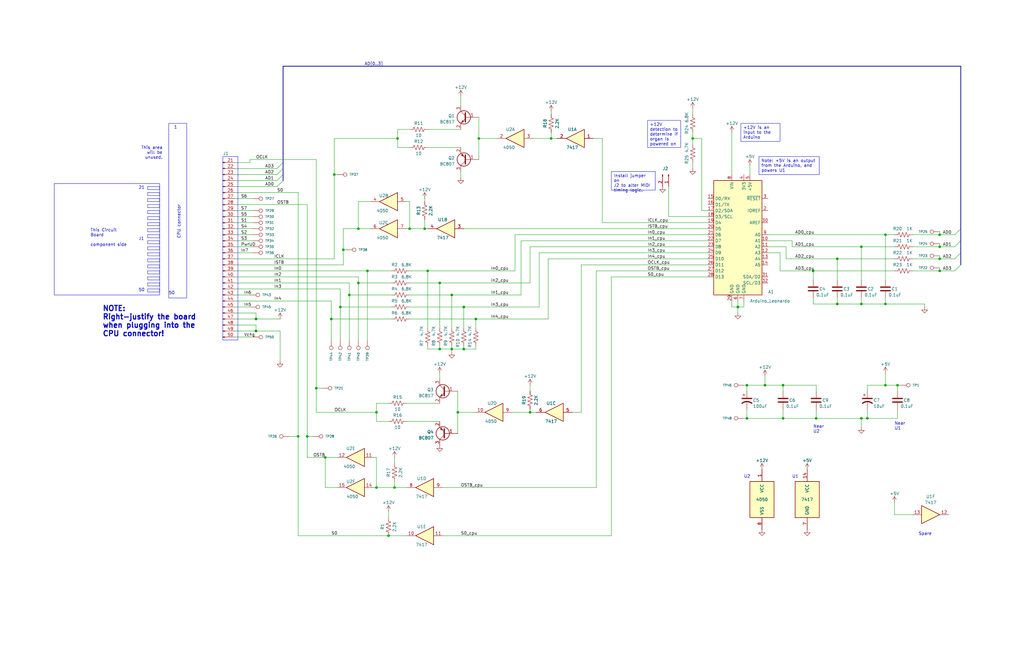
<source format=kicad_sch>
(kicad_sch (version 20230121) (generator eeschema)
  (paper "B")
  (title_block (title "Rodgers 890 CPU replacement implementing MIDI") (date "2023-07-19") (rev "0.1") (company "PINMAR Organs") (comment 1 "Drawn By: HGP"))
  (junction (at 344.17 176.53))
  (junction (at 353.06 128.27))
  (junction (at 172.72 96.52))
  (junction (at 373.38 162.56))
  (junction (at 396.24 114.3))
  (junction (at 166.37 205.74))
  (junction (at 190.5 147.32))
  (junction (at 125.73 184.15))
  (junction (at 158.75 205.74))
  (junction (at 158.75 173.99))
  (junction (at 363.22 104.14))
  (junction (at 139.7 134.62))
  (junction (at 378.46 162.56))
  (junction (at 137.16 193.04))
  (junction (at 330.2 162.56))
  (junction (at 179.07 96.52))
  (junction (at 201.93 58.42))
  (junction (at 396.24 109.22))
  (junction (at 151.13 119.38))
  (junction (at 322.58 162.56))
  (junction (at 190.5 124.46))
  (junction (at 292.1 58.42))
  (junction (at 365.76 176.53))
  (junction (at 140.97 73.66))
  (junction (at 223.52 173.99))
  (junction (at 396.24 99.06))
  (junction (at 147.32 124.46))
  (junction (at 363.22 176.53))
  (junction (at 195.58 147.32))
  (junction (at 193.04 173.99))
  (junction (at 107.95 134.62))
  (junction (at 200.66 134.62))
  (junction (at 154.94 114.3))
  (junction (at 180.34 114.3))
  (junction (at 314.96 162.56))
  (junction (at 396.24 104.14))
  (junction (at 185.42 119.38))
  (junction (at 129.54 184.15))
  (junction (at 185.42 147.32))
  (junction (at 163.83 226.06))
  (junction (at 363.22 128.27))
  (junction (at 373.38 128.27))
  (junction (at 330.2 176.53))
  (junction (at 167.64 58.42))
  (junction (at 195.58 129.54))
  (junction (at 314.96 176.53))
  (junction (at 311.15 129.54))
  (junction (at 144.78 105.41))
  (junction (at 232.41 58.42))
  (junction (at 107.95 139.7))
  (junction (at 143.51 129.54))
  (junction (at 342.9 114.3))
  (junction (at 151.13 96.52))
  (junction (at 353.06 109.22))
  (junction (at 373.38 99.06))
  (junction (at 133.35 163.83))
  (bus_entry (at 116.84 76.2) (size 2.54 -2.54))
  (bus_entry (at 402.59 114.3) (size 2.54 -2.54))
  (bus_entry (at 116.84 73.66) (size 2.54 -2.54))
  (bus_entry (at 402.59 104.14) (size 2.54 -2.54))
  (bus_entry (at 116.84 71.12) (size 2.54 -2.54))
  (bus_entry (at 402.59 109.22) (size 2.54 -2.54))
  (bus_entry (at 116.84 78.74) (size 2.54 -2.54))
  (bus_entry (at 402.59 99.06) (size 2.54 -2.54))
  (wire (pts (xy 328.93 106.68) (xy 328.93 114.3)))
  (wire (pts (xy 373.38 125.73) (xy 373.38 128.27)))
  (wire (pts (xy 215.9 173.99) (xy 223.52 173.99)))
  (wire (pts (xy 107.95 132.08) (xy 107.95 134.62)))
  (wire (pts (xy 129.54 193.04) (xy 137.16 193.04)))
  (wire (pts (xy 330.2 172.72) (xy 330.2 176.53)))
  (wire (pts (xy 313.69 129.54) (xy 311.15 129.54)))
  (wire (pts (xy 313.69 162.56) (xy 314.96 162.56)))
  (wire (pts (xy 172.72 85.09) (xy 172.72 96.52)))
  (wire (pts (xy 121.92 184.15) (xy 125.73 184.15)))
  (wire (pts (xy 378.46 172.72) (xy 378.46 176.53)))
  (wire (pts (xy 125.73 226.06) (xy 163.83 226.06)))
  (wire (pts (xy 125.73 184.15) (xy 125.73 226.06)))
  (wire (pts (xy 133.35 163.83) (xy 133.35 173.99)))
  (wire (pts (xy 99.06 142.24) (xy 106.68 142.24)))
  (wire (pts (xy 217.17 99.06) (xy 298.45 99.06)))
  (wire (pts (xy 314.96 172.72) (xy 314.96 176.53)))
  (wire (pts (xy 144.78 105.41) (xy 146.05 105.41)))
  (wire (pts (xy 292.1 68.58) (xy 292.1 71.12)))
  (wire (pts (xy 107.95 137.16) (xy 107.95 139.7)))
  (wire (pts (xy 314.96 176.53) (xy 330.2 176.53)))
  (wire (pts (xy 99.06 137.16) (xy 107.95 137.16)))
  (wire (pts (xy 342.9 128.27) (xy 353.06 128.27)))
  (bus (pts (xy 405.13 101.6) (xy 405.13 106.68)))
  (wire (pts (xy 194.31 40.64) (xy 194.31 44.45)))
  (wire (pts (xy 167.64 58.42) (xy 167.64 62.23)))
  (wire (pts (xy 99.06 139.7) (xy 107.95 139.7)))
  (wire (pts (xy 396.24 104.14) (xy 402.59 104.14)))
  (wire (pts (xy 344.17 162.56) (xy 344.17 165.1)))
  (wire (pts (xy 172.72 54.61) (xy 167.64 54.61)))
  (wire (pts (xy 363.22 104.14) (xy 363.22 118.11)))
  (wire (pts (xy 365.76 172.72) (xy 365.76 176.53)))
  (wire (pts (xy 313.69 176.53) (xy 314.96 176.53)))
  (wire (pts (xy 157.48 193.04) (xy 158.75 193.04)))
  (wire (pts (xy 129.54 184.15) (xy 129.54 193.04)))
  (bus (pts (xy 119.38 71.12) (xy 119.38 68.58)))
  (wire (pts (xy 250.19 58.42) (xy 254 58.42)))
  (wire (pts (xy 151.13 116.84) (xy 151.13 119.38)))
  (wire (pts (xy 179.07 96.52) (xy 180.34 96.52)))
  (wire (pts (xy 254 58.42) (xy 254 93.98)))
  (wire (pts (xy 190.5 147.32) (xy 190.5 148.59)))
  (wire (pts (xy 373.38 99.06) (xy 373.38 118.11)))
  (wire (pts (xy 99.06 116.84) (xy 151.13 116.84)))
  (wire (pts (xy 143.51 129.54) (xy 143.51 143.51)))
  (wire (pts (xy 342.9 114.3) (xy 377.19 114.3)))
  (wire (pts (xy 378.46 176.53) (xy 365.76 176.53)))
  (wire (pts (xy 99.06 124.46) (xy 105.41 124.46)))
  (wire (pts (xy 201.93 58.42) (xy 209.55 58.42)))
  (wire (pts (xy 378.46 162.56) (xy 373.38 162.56)))
  (wire (pts (xy 308.61 129.54) (xy 311.15 129.54)))
  (wire (pts (xy 308.61 55.88) (xy 308.61 73.66)))
  (wire (pts (xy 201.93 58.42) (xy 201.93 67.31)))
  (wire (pts (xy 227.33 106.68) (xy 298.45 106.68)))
  (wire (pts (xy 193.04 173.99) (xy 193.04 165.1)))
  (wire (pts (xy 384.81 99.06) (xy 396.24 99.06)))
  (wire (pts (xy 157.48 205.74) (xy 158.75 205.74)))
  (wire (pts (xy 99.06 73.66) (xy 116.84 73.66)))
  (wire (pts (xy 245.11 111.76) (xy 298.45 111.76)))
  (wire (pts (xy 241.3 173.99) (xy 245.11 173.99)))
  (wire (pts (xy 137.16 193.04) (xy 142.24 193.04)))
  (wire (pts (xy 330.2 176.53) (xy 344.17 176.53)))
  (wire (pts (xy 377.19 217.17) (xy 384.81 217.17)))
  (wire (pts (xy 186.69 226.06) (xy 257.81 226.06)))
  (wire (pts (xy 353.06 125.73) (xy 353.06 128.27)))
  (wire (pts (xy 313.69 127) (xy 313.69 129.54)))
  (wire (pts (xy 353.06 109.22) (xy 377.19 109.22)))
  (wire (pts (xy 316.23 69.85) (xy 316.23 73.66)))
  (wire (pts (xy 179.07 83.82) (xy 179.07 85.09)))
  (wire (pts (xy 142.24 205.74) (xy 137.16 205.74)))
  (wire (pts (xy 281.94 78.74) (xy 281.94 91.44)))
  (wire (pts (xy 167.64 62.23) (xy 172.72 62.23)))
  (wire (pts (xy 171.45 170.18) (xy 185.42 170.18)))
  (wire (pts (xy 140.97 73.66) (xy 140.97 109.22)))
  (wire (pts (xy 396.24 99.06) (xy 402.59 99.06)))
  (wire (pts (xy 118.11 139.7) (xy 118.11 152.4)))
  (wire (pts (xy 365.76 176.53) (xy 363.22 176.53)))
  (wire (pts (xy 295.91 88.9) (xy 298.45 88.9)))
  (wire (pts (xy 105.41 67.31) (xy 133.35 67.31)))
  (wire (pts (xy 166.37 203.2) (xy 166.37 205.74)))
  (wire (pts (xy 373.38 99.06) (xy 377.19 99.06)))
  (wire (pts (xy 163.83 170.18) (xy 158.75 170.18)))
  (wire (pts (xy 194.31 72.39) (xy 194.31 74.93)))
  (wire (pts (xy 384.81 109.22) (xy 396.24 109.22)))
  (wire (pts (xy 172.72 129.54) (xy 195.58 129.54)))
  (wire (pts (xy 125.73 81.28) (xy 125.73 184.15)))
  (wire (pts (xy 171.45 96.52) (xy 172.72 96.52)))
  (wire (pts (xy 314.96 162.56) (xy 314.96 165.1)))
  (wire (pts (xy 308.61 127) (xy 308.61 129.54)))
  (wire (pts (xy 180.34 114.3) (xy 180.34 138.43)))
  (wire (pts (xy 171.45 85.09) (xy 172.72 85.09)))
  (wire (pts (xy 99.06 104.14) (xy 106.68 104.14)))
  (wire (pts (xy 330.2 162.56) (xy 322.58 162.56)))
  (wire (pts (xy 334.01 101.6) (xy 334.01 104.14)))
  (wire (pts (xy 151.13 119.38) (xy 151.13 143.51)))
  (wire (pts (xy 144.78 105.41) (xy 144.78 111.76)))
  (wire (pts (xy 99.06 71.12) (xy 116.84 71.12)))
  (wire (pts (xy 292.1 58.42) (xy 295.91 58.42)))
  (wire (pts (xy 223.52 172.72) (xy 223.52 173.99)))
  (wire (pts (xy 217.17 99.06) (xy 217.17 114.3)))
  (wire (pts (xy 292.1 58.42) (xy 292.1 60.96)))
  (wire (pts (xy 328.93 114.3) (xy 342.9 114.3)))
  (wire (pts (xy 166.37 205.74) (xy 171.45 205.74)))
  (wire (pts (xy 384.81 114.3) (xy 396.24 114.3)))
  (wire (pts (xy 172.72 119.38) (xy 185.42 119.38)))
  (wire (pts (xy 330.2 165.1) (xy 330.2 162.56)))
  (wire (pts (xy 232.41 55.88) (xy 232.41 58.42)))
  (wire (pts (xy 99.06 111.76) (xy 144.78 111.76)))
  (bus (pts (xy 119.38 73.66) (xy 119.38 71.12)))
  (wire (pts (xy 151.13 96.52) (xy 144.78 96.52)))
  (wire (pts (xy 195.58 147.32) (xy 200.66 147.32)))
  (wire (pts (xy 180.34 114.3) (xy 217.17 114.3)))
  (wire (pts (xy 147.32 119.38) (xy 147.32 124.46)))
  (wire (pts (xy 99.06 76.2) (xy 116.84 76.2)))
  (wire (pts (xy 344.17 176.53) (xy 363.22 176.53)))
  (wire (pts (xy 179.07 92.71) (xy 179.07 96.52)))
  (wire (pts (xy 129.54 86.36) (xy 129.54 184.15)))
  (wire (pts (xy 171.45 177.8) (xy 185.42 177.8)))
  (wire (pts (xy 190.5 124.46) (xy 219.71 124.46)))
  (wire (pts (xy 342.9 114.3) (xy 342.9 118.11)))
  (wire (pts (xy 99.06 78.74) (xy 116.84 78.74)))
  (wire (pts (xy 257.81 116.84) (xy 257.81 226.06)))
  (wire (pts (xy 147.32 124.46) (xy 165.1 124.46)))
  (wire (pts (xy 99.06 134.62) (xy 107.95 134.62)))
  (wire (pts (xy 219.71 101.6) (xy 219.71 124.46)))
  (wire (pts (xy 201.93 58.42) (xy 201.93 49.53)))
  (wire (pts (xy 231.14 109.22) (xy 231.14 134.62)))
  (wire (pts (xy 223.52 173.99) (xy 226.06 173.99)))
  (wire (pts (xy 172.72 124.46) (xy 190.5 124.46)))
  (bus (pts (xy 405.13 96.52) (xy 405.13 101.6)))
  (wire (pts (xy 254 93.98) (xy 298.45 93.98)))
  (wire (pts (xy 195.58 147.32) (xy 195.58 146.05)))
  (wire (pts (xy 129.54 184.15) (xy 132.08 184.15)))
  (wire (pts (xy 158.75 170.18) (xy 158.75 173.99)))
  (wire (pts (xy 193.04 173.99) (xy 193.04 182.88)))
  (wire (pts (xy 200.66 147.32) (xy 200.66 146.05)))
  (wire (pts (xy 185.42 119.38) (xy 223.52 119.38)))
  (wire (pts (xy 396.24 109.22) (xy 402.59 109.22)))
  (wire (pts (xy 223.52 104.14) (xy 298.45 104.14)))
  (wire (pts (xy 172.72 96.52) (xy 179.07 96.52)))
  (wire (pts (xy 99.06 114.3) (xy 154.94 114.3)))
  (wire (pts (xy 171.45 226.06) (xy 163.83 226.06)))
  (bus (pts (xy 405.13 106.68) (xy 405.13 111.76)))
  (wire (pts (xy 257.81 116.84) (xy 298.45 116.84)))
  (wire (pts (xy 331.47 104.14) (xy 331.47 109.22)))
  (wire (pts (xy 99.06 99.06) (xy 106.68 99.06)))
  (wire (pts (xy 281.94 91.44) (xy 298.45 91.44)))
  (wire (pts (xy 373.38 157.48) (xy 373.38 162.56)))
  (wire (pts (xy 378.46 162.56) (xy 379.73 162.56)))
  (wire (pts (xy 139.7 127) (xy 139.7 134.62)))
  (wire (pts (xy 99.06 93.98) (xy 106.68 93.98)))
  (wire (pts (xy 158.75 205.74) (xy 166.37 205.74)))
  (wire (pts (xy 251.46 205.74) (xy 251.46 114.3)))
  (wire (pts (xy 292.1 55.88) (xy 292.1 58.42)))
  (wire (pts (xy 323.85 104.14) (xy 331.47 104.14)))
  (wire (pts (xy 365.76 162.56) (xy 365.76 165.1)))
  (wire (pts (xy 163.83 215.9) (xy 163.83 218.44)))
  (wire (pts (xy 323.85 106.68) (xy 328.93 106.68)))
  (wire (pts (xy 99.06 121.92) (xy 143.51 121.92)))
  (wire (pts (xy 334.01 104.14) (xy 363.22 104.14)))
  (wire (pts (xy 195.58 96.52) (xy 298.45 96.52)))
  (wire (pts (xy 143.51 129.54) (xy 165.1 129.54)))
  (wire (pts (xy 396.24 114.3) (xy 402.59 114.3)))
  (wire (pts (xy 231.14 109.22) (xy 298.45 109.22)))
  (wire (pts (xy 195.58 129.54) (xy 227.33 129.54)))
  (wire (pts (xy 363.22 128.27) (xy 373.38 128.27)))
  (wire (pts (xy 363.22 176.53) (xy 363.22 180.34)))
  (wire (pts (xy 353.06 109.22) (xy 353.06 118.11)))
  (wire (pts (xy 156.21 96.52) (xy 151.13 96.52)))
  (wire (pts (xy 147.32 124.46) (xy 147.32 143.51)))
  (wire (pts (xy 133.35 67.31) (xy 133.35 163.83)))
  (wire (pts (xy 344.17 172.72) (xy 344.17 176.53)))
  (wire (pts (xy 99.06 83.82) (xy 106.68 83.82)))
  (wire (pts (xy 185.42 147.32) (xy 190.5 147.32)))
  (wire (pts (xy 384.81 104.14) (xy 396.24 104.14)))
  (wire (pts (xy 140.97 73.66) (xy 142.24 73.66)))
  (wire (pts (xy 185.42 119.38) (xy 185.42 138.43)))
  (wire (pts (xy 185.42 157.48) (xy 185.42 160.02)))
  (wire (pts (xy 224.79 58.42) (xy 232.41 58.42)))
  (wire (pts (xy 99.06 86.36) (xy 129.54 86.36)))
  (wire (pts (xy 322.58 158.75) (xy 322.58 162.56)))
  (wire (pts (xy 107.95 134.62) (xy 118.11 134.62)))
  (wire (pts (xy 363.22 125.73) (xy 363.22 128.27)))
  (wire (pts (xy 99.06 96.52) (xy 106.68 96.52)))
  (wire (pts (xy 99.06 106.68) (xy 106.68 106.68)))
  (wire (pts (xy 396.24 107.95) (xy 396.24 109.22)))
  (bus (pts (xy 119.38 76.2) (xy 119.38 73.66)))
  (wire (pts (xy 185.42 147.32) (xy 185.42 146.05)))
  (bus (pts (xy 119.38 27.94) (xy 405.13 27.94)))
  (wire (pts (xy 139.7 134.62) (xy 139.7 143.51)))
  (wire (pts (xy 396.24 97.79) (xy 396.24 99.06)))
  (wire (pts (xy 232.41 58.42) (xy 234.95 58.42)))
  (wire (pts (xy 223.52 162.56) (xy 223.52 165.1)))
  (wire (pts (xy 378.46 165.1) (xy 378.46 162.56)))
  (wire (pts (xy 245.11 173.99) (xy 245.11 111.76)))
  (wire (pts (xy 137.16 193.04) (xy 137.16 205.74)))
  (wire (pts (xy 99.06 68.58) (xy 105.41 68.58)))
  (wire (pts (xy 232.41 46.99) (xy 232.41 48.26)))
  (wire (pts (xy 133.35 163.83) (xy 135.89 163.83)))
  (wire (pts (xy 377.19 212.09) (xy 377.19 217.17)))
  (wire (pts (xy 251.46 114.3) (xy 298.45 114.3)))
  (wire (pts (xy 331.47 109.22) (xy 353.06 109.22)))
  (wire (pts (xy 323.85 99.06) (xy 373.38 99.06)))
  (wire (pts (xy 105.41 67.31) (xy 105.41 68.58)))
  (bus (pts (xy 405.13 27.94) (xy 405.13 96.52)))
  (wire (pts (xy 154.94 114.3) (xy 154.94 143.51)))
  (wire (pts (xy 195.58 129.54) (xy 195.58 138.43)))
  (wire (pts (xy 311.15 129.54) (xy 311.15 132.08)))
  (wire (pts (xy 180.34 147.32) (xy 180.34 146.05)))
  (wire (pts (xy 99.06 127) (xy 139.7 127)))
  (wire (pts (xy 342.9 125.73) (xy 342.9 128.27)))
  (wire (pts (xy 167.64 54.61) (xy 167.64 58.42)))
  (wire (pts (xy 353.06 128.27) (xy 363.22 128.27)))
  (wire (pts (xy 143.51 121.92) (xy 143.51 129.54)))
  (wire (pts (xy 389.89 128.27) (xy 389.89 129.54)))
  (wire (pts (xy 140.97 58.42) (xy 167.64 58.42)))
  (wire (pts (xy 144.78 96.52) (xy 144.78 105.41)))
  (wire (pts (xy 219.71 101.6) (xy 298.45 101.6)))
  (wire (pts (xy 158.75 177.8) (xy 163.83 177.8)))
  (wire (pts (xy 99.06 81.28) (xy 125.73 81.28)))
  (wire (pts (xy 311.15 127) (xy 311.15 129.54)))
  (wire (pts (xy 295.91 58.42) (xy 295.91 88.9)))
  (wire (pts (xy 154.94 114.3) (xy 165.1 114.3)))
  (wire (pts (xy 99.06 88.9) (xy 106.68 88.9)))
  (wire (pts (xy 396.24 102.87) (xy 396.24 104.14)))
  (wire (pts (xy 133.35 173.99) (xy 158.75 173.99)))
  (wire (pts (xy 139.7 134.62) (xy 165.1 134.62)))
  (wire (pts (xy 200.66 173.99) (xy 193.04 173.99)))
  (wire (pts (xy 172.72 134.62) (xy 200.66 134.62)))
  (wire (pts (xy 227.33 106.68) (xy 227.33 129.54)))
  (wire (pts (xy 344.17 162.56) (xy 330.2 162.56)))
  (wire (pts (xy 118.11 139.7) (xy 107.95 139.7)))
  (wire (pts (xy 156.21 85.09) (xy 151.13 85.09)))
  (wire (pts (xy 363.22 104.14) (xy 377.19 104.14)))
  (wire (pts (xy 186.69 205.74) (xy 251.46 205.74)))
  (wire (pts (xy 180.34 54.61) (xy 194.31 54.61)))
  (wire (pts (xy 292.1 45.72) (xy 292.1 48.26)))
  (wire (pts (xy 99.06 91.44) (xy 106.68 91.44)))
  (wire (pts (xy 172.72 114.3) (xy 180.34 114.3)))
  (wire (pts (xy 99.06 129.54) (xy 105.41 129.54)))
  (wire (pts (xy 190.5 147.32) (xy 190.5 146.05)))
  (wire (pts (xy 99.06 109.22) (xy 140.97 109.22)))
  (wire (pts (xy 99.06 132.08) (xy 107.95 132.08)))
  (wire (pts (xy 99.06 101.6) (xy 106.68 101.6)))
  (wire (pts (xy 323.85 101.6) (xy 334.01 101.6)))
  (wire (pts (xy 200.66 134.62) (xy 200.66 138.43)))
  (wire (pts (xy 166.37 193.04) (xy 166.37 195.58)))
  (wire (pts (xy 140.97 58.42) (xy 140.97 73.66)))
  (wire (pts (xy 223.52 104.14) (xy 223.52 119.38)))
  (wire (pts (xy 190.5 124.46) (xy 190.5 138.43)))
  (wire (pts (xy 373.38 128.27) (xy 389.89 128.27)))
  (wire (pts (xy 151.13 85.09) (xy 151.13 96.52)))
  (wire (pts (xy 180.34 147.32) (xy 185.42 147.32)))
  (wire (pts (xy 200.66 134.62) (xy 231.14 134.62)))
  (wire (pts (xy 373.38 162.56) (xy 365.76 162.56)))
  (bus (pts (xy 119.38 68.58) (xy 119.38 27.94)))
  (wire (pts (xy 396.24 113.03) (xy 396.24 114.3)))
  (wire (pts (xy 158.75 193.04) (xy 158.75 205.74)))
  (wire (pts (xy 190.5 147.32) (xy 195.58 147.32)))
  (wire (pts (xy 158.75 173.99) (xy 158.75 177.8)))
  (wire (pts (xy 322.58 162.56) (xy 314.96 162.56)))
  (wire (pts (xy 99.06 119.38) (xy 147.32 119.38)))
  (wire (pts (xy 151.13 119.38) (xy 165.1 119.38)))
  (wire (pts (xy 180.34 62.23) (xy 194.31 62.23)))
  (rectangle (start 62.23 106.68) (end 67.31 107.95))
  (rectangle (start 62.23 93.98) (end 67.31 95.25))
  (rectangle (start 62.23 86.36) (end 67.31 87.63))
  (rectangle (start 62.23 121.92) (end 67.31 123.19))
  (rectangle (start 62.23 96.52) (end 67.31 97.79))
  (rectangle (start 62.23 78.74) (end 67.31 80.01))
  (rectangle (start 62.23 99.06) (end 67.31 100.33))
  (rectangle (start 62.23 104.14) (end 67.31 105.41))
  (rectangle (start 62.23 88.9) (end 67.31 90.17))
  (rectangle (start 22.86 77.47) (end 67.31 124.46))
  (rectangle (start 71.12 52.07) (end 78.74 125.73))
  (rectangle (start 62.23 91.44) (end 67.31 92.71))
  (rectangle (start 93.98 66.04) (end 100.33 143.51))
  (rectangle (start 62.23 116.84) (end 67.31 118.11))
  (rectangle (start 62.23 111.76) (end 67.31 113.03))
  (rectangle (start 62.23 101.6) (end 67.31 102.87))
  (rectangle (start 62.23 109.22) (end 67.31 110.49))
  (rectangle (start 62.23 114.3) (end 67.31 115.57))
  (rectangle (start 62.23 81.28) (end 67.31 82.55))
  (rectangle (start 62.23 83.82) (end 67.31 85.09))
  (rectangle (start 62.23 119.38) (end 67.31 120.65))
  (text_box "+12V detection to determine if organ is powered on" (at 273.05 50.8 0) (size 13.97 11.43) (effects (font (size 1.27 1.27)) (justify left top)))
  (text_box "Install jumper on\nJ2 to alter MIDI\ntiming logic." (at 257.81 72.39 0) (size 18.5057 7.8138) (effects (font (size 1.27 1.27)) (justify left top)))
  (text_box "Note: +5V is an output from the Arduino, and powers U1" (at 320.04 66.04 0) (size 25.4 7.62) (effects (font (size 1.27 1.27)) (justify left top)))
  (text_box "+12V is an input to the Arduino" (at 312.42 52.07 0) (size 16.51 7.62) (effects (font (size 1.27 1.27)) (justify left top)))
  (text "Near\nU2" (at 342.9 182.88 0) (effects (font (size 1.27 1.27)) (justify left bottom)))
  (text "U2" (at 313.69 201.93 0) (effects (font (size 1.27 1.27)) (justify left bottom)))
  (text "This Circuit\nBoard\n\ncomponent side" (at 38.1 104.14 0) (effects (font (size 1.27 1.27)) (justify left bottom)))
  (text "Spare" (at 387.35 226.06 0) (effects (font (size 1.27 1.27)) (justify left bottom)))
  (text "50" (at 58.42 123.19 0) (effects (font (size 1.27 1.27)) (justify left bottom)))
  (text "This area\nwill be\nunused." (at 68.58 67.31 0) (effects (font (size 1.27 1.27)) (justify right bottom)))
  (text "U1" (at 334.01 201.93 0) (effects (font (size 1.27 1.27)) (justify left bottom)))
  (text "NOTE:\nRight-justify the board \nwhen plugging into the\nCPU connector!" (at 43.18 142.24 0) (effects (font (size 2.2 2.2) (thickness 0.44) bold) (justify left bottom)))
  (text "Near\nU1" (at 377.19 181.61 0) (effects (font (size 1.27 1.27)) (justify left bottom)))
  (text "CPU connector" (at 76.2 86.36 90) (effects (font (size 1.27 1.27)) (justify right bottom)))
  (text "21" (at 58.42 80.01 0) (effects (font (size 1.27 1.27)) (justify left bottom)))
  (text "J1" (at 58.42 101.6 0) (effects (font (size 1.27 1.27)) (justify left bottom)))
  (text " 1" (at 72.39 54.61 0) (effects (font (size 1.27 1.27)) (justify left bottom)))
  (text "50" (at 71.12 124.46 0) (effects (font (size 1.27 1.27)) (justify left bottom)))
  (label "AD1" (at 111.76 76.2 0))
  (label "OSTB" (at 116.84 86.36 0))
  (label "OSTB_cpu" (at 194.31 205.74 0))
  (label "In1" (at 115.57 119.38 0))
  (label "OCLK_cpu" (at 273.05 111.76 0))
  (label "AD1_cpu" (at 335.28 104.14 0))
  (label "In4" (at 115.57 127 0))
  (label "ISTB_cpu" (at 273.05 96.52 0))
  (label "In0_cpu" (at 207.01 114.3 0))
  (label "OCLK" (at 140.97 173.99 0))
  (label "In2_cpu" (at 273.05 104.14 0))
  (label "OCLK" (at 107.95 67.31 0))
  (label "S0_cpu" (at 273.05 116.84 0))
  (label "S3" (at 101.6 101.6 0))
  (label "Vchg" (at 102.87 142.24 0))
  (label "In3_cpu" (at 207.01 129.54 0))
  (label "S2" (at 101.6 99.06 0))
  (label "AD2_cpu" (at 335.28 109.22 0))
  (label "S0" (at 116.84 81.28 0))
  (label "ICLK" (at 115.57 109.22 0))
  (label "In2" (at 115.57 116.84 0))
  (label "AD0" (at 397.51 99.06 0))
  (label "In3" (at 115.57 121.92 0))
  (label "ISTB" (at 115.57 111.76 0))
  (label "AD0" (at 111.76 78.74 0))
  (label "AD2" (at 111.76 73.66 0))
  (label "S0_cpu" (at 194.31 226.06 0))
  (label "In1_cpu" (at 207.01 124.46 0))
  (label "In5" (at 102.87 129.54 0))
  (label "In2_cpu" (at 207.01 119.38 0))
  (label "In4_cpu" (at 207.01 134.62 0))
  (label "AD3" (at 111.76 71.12 0))
  (label "AD3_cpu" (at 335.28 114.3 0))
  (label "S7" (at 101.6 88.9 0))
  (label "OSTB_cpu" (at 273.05 114.3 0))
  (label "In1_cpu" (at 273.05 101.6 0))
  (label "S6" (at 101.6 83.82 0))
  (label "AD1" (at 397.51 104.14 0))
  (label "S5" (at 101.6 91.44 0))
  (label "In6" (at 102.87 124.46 0))
  (label "In0_cpu" (at 273.05 99.06 0))
  (label "PwrUD" (at 101.6 104.14 0))
  (label "In7" (at 101.6 106.68 0))
  (label "AD3" (at 397.51 114.3 0))
  (label "AD2" (at 397.51 109.22 0))
  (label "S4" (at 101.6 96.52 0))
  (label "S0" (at 139.7 226.06 0))
  (label "S1" (at 101.6 93.98 0))
  (label "OSTB" (at 132.08 193.04 0))
  (label "AD[0..3]" (at 153.67 27.94 0))
  (label "ICLK_cpu" (at 273.05 93.98 0))
  (label "In4_cpu" (at 273.05 109.22 0))
  (label "AD0_cpu" (at 335.28 99.06 0))
  (label "In3_cpu" (at 273.05 106.68 0))
  (label "In0" (at 115.57 114.3 0))
  (symbol (lib_id "Device:R_US") (at 167.64 170.18 90) (unit 1)
    (property "Reference" "R15" (at 167.64 167.64 90))
    (property "Value" "10" (at 167.64 172.72 90))
    (property "Footprint" "Resistor_SMD:R_0603_1608Metric_Pad0.98x0.95mm_HandSolder" (effects hide))
  )
  (symbol (lib_id "Device:R_US") (at 168.91 119.38 90) (unit 1)
    (property "Reference" "R3" (at 166.37 116.84 90))
    (property "Value" "6.8K" (at 171.45 116.84 90))
    (property "Footprint" "Resistor_SMD:R_0603_1608Metric_Pad0.98x0.95mm_HandSolder" (effects hide))
  )
  (symbol (lib_id "74xx:74LCX07") (at 179.07 205.74 180) (unit 4)
    (property "Reference" "U1" (at 177.8 201.93 0))
    (property "Value" "7417" (at 177.8 209.55 0))
    (property "Footprint" "Package_SO:SOIC-14_3.9x8.7mm_P1.27mm" (effects hide))
    (property "Datasheet" "www.st.com/resource/en/datasheet/74lcx07.pdf" (effects hide))
    (property "VendorPN" "SN7417DR" (effects hide))
  )
  (symbol (lib_id "power:+12V") (at 308.61 55.88 0) (unit 1)
    (property "Reference" "#PWR020" (effects hide))
    (property "Value" "+12V" (at 308.61 52.07 0))
  )
  (symbol (lib_id "Device:R_US") (at 223.52 168.91 180) (unit 1)
    (property "Reference" "R19" (at 220.98 168.91 90))
    (property "Value" "2.2K" (at 226.06 168.91 90))
    (property "Footprint" "Resistor_SMD:R_0603_1608Metric_Pad0.98x0.95mm_HandSolder" (effects hide))
  )
  (symbol (lib_id "Device:R_US") (at 180.34 142.24 180) (unit 1)
    (property "Reference" "R7" (at 177.8 144.78 90))
    (property "Value" "4.7K" (at 177.8 139.7 90))
    (property "Footprint" "Resistor_SMD:R_0603_1608Metric_Pad0.98x0.95mm_HandSolder" (effects hide))
  )
  (symbol (lib_id "Connector:TestPoint") (at 106.68 142.24 270) (unit 1)
    (property "Reference" "TP50" (at 111.76 142.24 90) (effects (font (size 1 1)) (justify left)))
    (property "Value" "TestPoint" (effects hide))
    (property "Footprint" "TestPoint:TestPoint_THTPad_2.0x2.0mm_Drill1.0mm" (effects hide))
  )
  (symbol (lib_id "Connector:TestPoint") (at 105.41 124.46 270) (unit 1)
    (property "Reference" "TP43" (at 110.49 124.46 90) (effects (font (size 1 1)) (justify left)))
    (property "Value" "TestPoint" (effects hide))
    (property "Footprint" "TestPoint:TestPoint_THTPad_2.0x2.0mm_Drill1.0mm" (effects hide))
  )
  (symbol (lib_id "Connector:TestPoint") (at 154.94 143.51 180) (unit 1)
    (property "Reference" "TP39" (at 154.94 148.59 90) (effects (font (size 1 1)) (justify left)))
    (property "Value" "TestPoint" (effects hide))
    (property "Footprint" "TestPoint:TestPoint_THTPad_2.0x2.0mm_Drill1.0mm" (effects hide))
  )
  (symbol (lib_id "Device:R_US") (at 381 99.06 90) (unit 1)
    (property "Reference" "R20" (at 378.46 96.52 90))
    (property "Value" "1K" (at 383.54 96.52 90))
    (property "Footprint" "Resistor_SMD:R_0603_1608Metric_Pad0.98x0.95mm_HandSolder" (effects hide))
  )
  (symbol (lib_id "Connector:TestPoint") (at 142.24 73.66 270) (unit 1)
    (property "Reference" "TP37" (at 147.32 73.66 90) (effects (font (size 1 1)) (justify left)))
    (property "Value" "TestPoint" (effects hide))
    (property "Footprint" "TestPoint:TestPoint_THTPad_2.0x2.0mm_Drill1.0mm" (effects hide))
  )
  (symbol (lib_id "Device:R_US") (at 166.37 199.39 180) (unit 1)
    (property "Reference" "R17" (at 163.83 199.39 90))
    (property "Value" "2.2K" (at 168.91 199.39 90))
    (property "Footprint" "Resistor_SMD:R_0603_1608Metric_Pad0.98x0.95mm_HandSolder" (effects hide))
  )
  (symbol (lib_id "Transistor_BJT:BC817") (at 196.85 49.53 0) (mirror y) (unit 1)
    (property "Reference" "Q1" (at 191.77 48.895 0) (effects (justify left)))
    (property "Value" "BC817" (at 191.77 51.435 0) (effects (justify left)))
    (property "Footprint" "Package_TO_SOT_SMD:SOT-23" (effects hide))
    (property "Datasheet" "https://www.onsemi.com/pub/Collateral/BC818-D.pdf" (effects hide))
    (property "VendorPN" "BC817-40-TP" (effects hide))
  )
  (symbol (lib_id "power:+12V") (at 163.83 215.9 0) (unit 1)
    (property "Reference" "#PWR01" (effects hide))
    (property "Value" "+12V" (at 163.83 212.09 0))
  )
  (symbol (lib_id "Device:C") (at 344.17 168.91 0) (unit 1)
    (property "Reference" "C9" (at 346.71 168.91 0) (effects (justify left)))
    (property "Value" "0.1uF" (at 345.44 171.45 0) (effects (justify left)))
    (property "Footprint" "Capacitor_SMD:C_0603_1608Metric_Pad1.08x0.95mm_HandSolder" (effects hide))
  )
  (symbol (lib_id "Connector:TestPoint") (at 121.92 184.15 90) (unit 1)
    (property "Reference" "TP26" (at 116.84 184.15 90) (effects (font (size 1 1)) (justify left)))
    (property "Value" "TestPoint" (effects hide))
    (property "Footprint" "TestPoint:TestPoint_THTPad_2.0x2.0mm_Drill1.0mm" (effects hide))
  )
  (symbol (lib_id "Connector:TestPoint") (at 151.13 143.51 180) (unit 1)
    (property "Reference" "TP40" (at 151.13 148.59 90) (effects (font (size 1 1)) (justify left)))
    (property "Value" "TestPoint" (effects hide))
    (property "Footprint" "TestPoint:TestPoint_THTPad_2.0x2.0mm_Drill1.0mm" (effects hide))
  )
  (symbol (lib_id "Connector:TestPoint") (at 132.08 184.15 270) (unit 1)
    (property "Reference" "TP28" (at 137.16 184.15 90) (effects (font (size 1 1)) (justify left)))
    (property "Value" "TestPoint" (effects hide))
    (property "Footprint" "TestPoint:TestPoint_THTPad_2.0x2.0mm_Drill1.0mm" (effects hide))
  )
  (symbol (lib_id "power:+12V") (at 166.37 193.04 0) (unit 1)
    (property "Reference" "#PWR04" (effects hide))
    (property "Value" "+12V" (at 166.37 189.23 0))
  )
  (symbol (lib_id "Connector:TestPoint") (at 313.69 176.53 90) (unit 1)
    (property "Reference" "TP48" (at 308.61 176.53 90) (effects (font (size 1 1)) (justify left)))
    (property "Value" "TestPoint" (effects hide))
    (property "Footprint" "TestPoint:TestPoint_THTPad_2.0x2.0mm_Drill1.0mm" (effects hide))
  )
  (symbol (lib_id "power:GND") (at 185.42 187.96 0) (unit 1)
    (property "Reference" "#PWR08" (effects hide))
    (property "Value" "GND" (effects hide))
  )
  (symbol (lib_id "74xx:74LCX07") (at 233.68 173.99 180) (unit 3)
    (property "Reference" "U1" (at 232.41 170.18 0))
    (property "Value" "7417" (at 232.41 177.8 0))
    (property "Footprint" "Package_SO:SOIC-14_3.9x8.7mm_P1.27mm" (effects hide))
    (property "Datasheet" "www.st.com/resource/en/datasheet/74lcx07.pdf" (effects hide))
    (property "VendorPN" "SN7417DR" (effects hide))
  )
  (symbol (lib_id "Device:R_US") (at 176.53 62.23 90) (unit 1)
    (property "Reference" "R12" (at 176.53 59.69 90))
    (property "Value" "10" (at 176.53 64.77 90))
    (property "Footprint" "Resistor_SMD:R_0603_1608Metric_Pad0.98x0.95mm_HandSolder" (effects hide))
  )
  (symbol (lib_id "Device:R_US") (at 381 104.14 90) (unit 1)
    (property "Reference" "R21" (at 378.46 101.6 90))
    (property "Value" "1K" (at 383.54 101.6 90))
    (property "Footprint" "Resistor_SMD:R_0603_1608Metric_Pad0.98x0.95mm_HandSolder" (effects hide))
  )
  (symbol (lib_id "Connector:TestPoint") (at 106.68 99.06 270) (unit 1)
    (property "Reference" "TP33" (at 111.76 99.06 90) (effects (font (size 1 1)) (justify left)))
    (property "Value" "TestPoint" (effects hide))
    (property "Footprint" "TestPoint:TestPoint_THTPad_2.0x2.0mm_Drill1.0mm" (effects hide))
  )
  (symbol (lib_id "power:+5V") (at 373.38 157.48 0) (unit 1)
    (property "Reference" "#PWR016" (effects hide))
    (property "Value" "+5V" (at 373.38 153.67 0))
  )
  (symbol (lib_id "Connector:TestPoint") (at 106.68 96.52 270) (unit 1)
    (property "Reference" "TP32" (at 111.76 96.52 90) (effects (font (size 1 1)) (justify left)))
    (property "Value" "TestPoint" (effects hide))
    (property "Footprint" "TestPoint:TestPoint_THTPad_2.0x2.0mm_Drill1.0mm" (effects hide))
  )
  (symbol (lib_id "Connector:TestPoint") (at 396.24 107.95 90) (unit 1)
    (property "Reference" "TP23" (at 391.16 107.95 90) (effects (font (size 1 1)) (justify left)))
    (property "Value" "TestPoint" (effects hide))
    (property "Footprint" "TestPoint:TestPoint_THTPad_2.0x2.0mm_Drill1.0mm" (effects hide))
  )
  (symbol (lib_id "Device:C") (at 378.46 168.91 0) (unit 1)
    (property "Reference" "C8" (at 381 168.91 0) (effects (justify left)))
    (property "Value" "0.1uF" (at 379.73 171.45 0) (effects (justify left)))
    (property "Footprint" "Capacitor_SMD:C_0603_1608Metric_Pad1.08x0.95mm_HandSolder" (effects hide))
  )
  (symbol (lib_id "Transistor_BJT:BC807") (at 187.96 182.88 180) (unit 1)
    (property "Reference" "Q4" (at 182.88 182.245 0) (effects (justify left)))
    (property "Value" "BC807" (at 182.88 184.785 0) (effects (justify left)))
    (property "Footprint" "Package_TO_SOT_SMD:SOT-23" (effects hide))
    (property "Datasheet" "https://www.onsemi.com/pub/Collateral/BC808-D.pdf" (effects hide))
  )
  (symbol (lib_id "Connector:TestPoint") (at 106.68 88.9 270) (unit 1)
    (property "Reference" "TP29" (at 111.76 88.9 90) (effects (font (size 1 1)) (justify left)))
    (property "Value" "TestPoint" (effects hide))
    (property "Footprint" "TestPoint:TestPoint_THTPad_2.0x2.0mm_Drill1.0mm" (effects hide))
  )
  (symbol (lib_id "power:GND") (at 279.4 78.74 0) (unit 1)
    (property "Reference" "#PWR025" (effects hide))
    (property "Value" "GND" (effects hide))
  )
  (symbol (lib_id "Device:R_US") (at 185.42 142.24 180) (unit 1)
    (property "Reference" "R8" (at 182.88 144.78 90))
    (property "Value" "4.7K" (at 182.88 139.7 90))
    (property "Footprint" "Resistor_SMD:R_0603_1608Metric_Pad0.98x0.95mm_HandSolder" (effects hide))
  )
  (symbol (lib_id "power:+12V") (at 185.42 157.48 0) (unit 1)
    (property "Reference" "#PWR07" (effects hide))
    (property "Value" "+12V" (at 185.42 153.67 0))
  )
  (symbol (lib_id "Device:C") (at 353.06 121.92 0) (unit 1)
    (property "Reference" "C3" (at 355.6 121.92 0) (effects (justify left)))
    (property "Value" "0.1uF" (at 354.33 124.46 0) (effects (justify left)))
    (property "Footprint" "Capacitor_SMD:C_0603_1608Metric_Pad1.08x0.95mm_HandSolder" (effects hide))
  )
  (symbol (lib_id "Device:R_US") (at 179.07 88.9 180) (unit 1)
    (property "Reference" "R13" (at 176.53 88.9 90))
    (property "Value" "2.2K" (at 181.61 88.9 90))
    (property "Footprint" "Resistor_SMD:R_0603_1608Metric_Pad0.98x0.95mm_HandSolder" (effects hide))
  )
  (symbol (lib_id "power:+12V") (at 118.11 134.62 0) (unit 1)
    (property "Reference" "#PWR013" (effects hide))
    (property "Value" "+12V" (at 118.11 130.81 0))
  )
  (symbol (lib_id "74xx:74LCX07") (at 179.07 226.06 180) (unit 5)
    (property "Reference" "U1" (at 177.8 222.25 0))
    (property "Value" "7417" (at 177.8 229.87 0))
    (property "Footprint" "Package_SO:SOIC-14_3.9x8.7mm_P1.27mm" (effects hide))
    (property "Datasheet" "www.st.com/resource/en/datasheet/74lcx07.pdf" (effects hide))
    (property "VendorPN" "SN7417DR" (effects hide))
  )
  (symbol (lib_id "power:GND") (at 190.5 148.59 0) (unit 1)
    (property "Reference" "#PWR02" (effects hide))
    (property "Value" "GND" (effects hide))
  )
  (symbol (lib_id "Device:C_Polarized_US") (at 314.96 168.91 0) (unit 1)
    (property "Reference" "C5" (at 317.5 168.91 0) (effects (justify left)))
    (property "Value" "100uF" (at 317.5 171.45 0) (effects (justify left)))
    (property "Footprint" "Capacitor_THT:CP_Radial_D12.5mm_P7.50mm" (effects hide))
  )
  (symbol (lib_id "Connector:TestPoint") (at 106.68 101.6 270) (unit 1)
    (property "Reference" "TP34" (at 111.76 101.6 90) (effects (font (size 1 1)) (justify left)))
    (property "Value" "TestPoint" (effects hide))
    (property "Footprint" "TestPoint:TestPoint_THTPad_2.0x2.0mm_Drill1.0mm" (effects hide))
  )
  (symbol (lib_id "power:GND") (at 311.15 132.08 0) (unit 1)
    (property "Reference" "#PWR019" (effects hide))
    (property "Value" "GND" (effects hide))
  )
  (symbol (lib_id "MCU_Module:Arduino_Leonardo") (at 311.15 99.06 0) (unit 1)
    (property "Reference" "A1" (at 323.85 123.19 0) (effects (justify left)))
    (property "Value" "Arduino_Leonardo" (at 316.23 127 0) (effects (justify left)))
    (property "Footprint" "Module:Arduino_UNO_R3" (effects hide))
    (property "Datasheet" "https://www.arduino.cc/en/Main/ArduinoBoardLeonardo" (effects hide))
  )
  (symbol (lib_id "power:+12V") (at 232.41 46.99 0) (unit 1)
    (property "Reference" "#PWR09" (effects hide))
    (property "Value" "+12V" (at 232.41 43.18 0))
  )
  (symbol (lib_id "Connector:TestPoint") (at 313.69 162.56 90) (unit 1)
    (property "Reference" "TP46" (at 308.61 162.56 90) (effects (font (size 1 1)) (justify left)))
    (property "Value" "TestPoint" (effects hide))
    (property "Footprint" "TestPoint:TestPoint_THTPad_2.0x2.0mm_Drill1.0mm" (effects hide))
  )
  (symbol (lib_id "Connector:TestPoint") (at 106.68 93.98 270) (unit 1)
    (property "Reference" "TP31" (at 111.76 93.98 90) (effects (font (size 1 1)) (justify left)))
    (property "Value" "TestPoint" (effects hide))
    (property "Footprint" "TestPoint:TestPoint_THTPad_2.0x2.0mm_Drill1.0mm" (effects hide))
  )
  (symbol (lib_id "Device:R_US") (at 292.1 52.07 180) (unit 1)
    (property "Reference" "R24" (at 289.56 54.61 90))
    (property "Value" "6.8K" (at 289.56 49.53 90))
    (property "Footprint" "Resistor_SMD:R_0603_1608Metric_Pad0.98x0.95mm_HandSolder" (effects hide))
  )
  (symbol (lib_id "Device:R_US") (at 168.91 124.46 90) (unit 1)
    (property "Reference" "R4" (at 166.37 121.92 90))
    (property "Value" "6.8K" (at 171.45 121.92 90))
    (property "Footprint" "Resistor_SMD:R_0603_1608Metric_Pad0.98x0.95mm_HandSolder" (effects hide))
  )
  (symbol (lib_name "4050_6") (lib_id "4xxx:4050") (at 208.28 173.99 180) (unit 4)
    (property "Reference" "U2" (at 209.55 170.18 0) (effects (justify left)))
    (property "Value" "4050" (at 209.55 177.8 0) (effects (justify left)))
    (property "Footprint" "Package_SO:SOIC-16_3.9x9.9mm_P1.27mm" (effects hide))
    (property "Datasheet" "http://www.intersil.com/content/dam/intersil/documents/cd40/cd4050bms.pdf" (effects hide))
    (property "VendorPN" "CD4050BDR" (effects hide))
  )
  (symbol (lib_id "power:+5V") (at 377.19 212.09 0) (unit 1)
    (property "Reference" "#PWR017" (effects hide))
    (property "Value" "+5V" (at 377.19 208.28 0))
  )
  (symbol (lib_id "Connector:Conn_01x30_Pin_20_to_50") (at 93.98 104.14 0) (unit 1)
    (property "Reference" "J1" (at 95.25 64.77 0))
    (property "Value" "Conn_01x30_Pin" (effects hide))
    (property "Footprint" "Connector_Card:CardEdge_125_30_of_50" (effects hide))
  )
  (symbol (lib_id "Connector:TestPoint") (at 106.68 83.82 270) (unit 1)
    (property "Reference" "TP27" (at 111.76 83.82 90) (effects (font (size 1 1)) (justify left)))
    (property "Value" "TestPoint" (effects hide))
    (property "Footprint" "TestPoint:TestPoint_THTPad_2.0x2.0mm_Drill1.0mm" (effects hide))
  )
  (symbol (lib_id "Device:C_Polarized_US") (at 365.76 168.91 0) (unit 1)
    (property "Reference" "C7" (at 368.3 168.91 0) (effects (justify left)))
    (property "Value" "10uF" (at 368.3 171.45 0) (effects (justify left)))
    (property "Footprint" "Capacitor_SMD:C_1206_3216Metric_Pad1.33x1.80mm_HandSolder" (effects hide))
  )
  (symbol (lib_id "Connector:TestPoint") (at 106.68 106.68 270) (unit 1)
    (property "Reference" "TP36" (at 111.76 106.68 90) (effects (font (size 1 1)) (justify left)))
    (property "Value" "TestPoint" (effects hide))
    (property "Footprint" "TestPoint:TestPoint_THTPad_2.0x2.0mm_Drill1.0mm" (effects hide))
  )
  (symbol (lib_id "Device:R_US") (at 232.41 52.07 180) (unit 1)
    (property "Reference" "R18" (at 229.87 52.07 90))
    (property "Value" "2.2K" (at 234.95 52.07 90))
    (property "Footprint" "Resistor_SMD:R_0603_1608Metric_Pad0.98x0.95mm_HandSolder" (effects hide))
  )
  (symbol (lib_name "4050_4") (lib_id "4xxx:4050") (at 163.83 85.09 180) (unit 2)
    (property "Reference" "U2" (at 163.83 82.55 0) (effects (justify left)))
    (property "Value" "4050" (at 163.83 88.9 0) (effects (justify left)))
    (property "Footprint" "Package_SO:SOIC-16_3.9x9.9mm_P1.27mm" (effects hide))
    (property "Datasheet" "http://www.intersil.com/content/dam/intersil/documents/cd40/cd4050bms.pdf" (effects hide))
    (property "VendorPN" "CD4050BDR" (effects hide))
  )
  (symbol (lib_id "Transistor_BJT:BC807") (at 196.85 67.31 180) (unit 1)
    (property "Reference" "Q2" (at 191.77 66.675 0) (effects (justify left)))
    (property "Value" "BC807" (at 191.77 69.215 0) (effects (justify left)))
    (property "Footprint" "Package_TO_SOT_SMD:SOT-23" (effects hide))
    (property "Datasheet" "https://www.onsemi.com/pub/Collateral/BC808-D.pdf" (effects hide))
  )
  (symbol (lib_id "power:+5V") (at 316.23 69.85 0) (unit 1)
    (property "Reference" "#PWR022" (effects hide))
    (property "Value" "+5V" (at 316.23 66.04 0))
  )
  (symbol (lib_id "power:+12V") (at 292.1 45.72 0) (unit 1)
    (property "Reference" "#PWR027" (effects hide))
    (property "Value" "+12V" (at 292.1 41.91 0))
  )
  (symbol (lib_id "power:+12V") (at 223.52 162.56 0) (unit 1)
    (property "Reference" "#PWR010" (effects hide))
    (property "Value" "+12V" (at 223.52 158.75 0))
  )
  (symbol (lib_id "Connector:TestPoint") (at 106.68 104.14 270) (unit 1)
    (property "Reference" "TP35" (at 111.76 104.14 90) (effects (font (size 1 1)) (justify left)))
    (property "Value" "TestPoint" (effects hide))
    (property "Footprint" "TestPoint:TestPoint_THTPad_2.0x2.0mm_Drill1.0mm" (effects hide))
  )
  (symbol (lib_id "Device:R_US") (at 168.91 114.3 90) (unit 1)
    (property "Reference" "R2" (at 166.37 111.76 90))
    (property "Value" "6.8K" (at 171.45 111.76 90))
    (property "Footprint" "Resistor_SMD:R_0603_1608Metric_Pad0.98x0.95mm_HandSolder" (effects hide))
  )
  (symbol (lib_id "power:+5V") (at 340.36 198.12 0) (unit 1)
    (property "Reference" "#PWR018" (effects hide))
    (property "Value" "+5V" (at 340.36 194.31 0))
  )
  (symbol (lib_name "4050_3") (lib_id "4xxx:4050") (at 163.83 96.52 180) (unit 3)
    (property "Reference" "U2" (at 163.83 93.98 0) (effects (justify left)))
    (property "Value" "4050" (at 163.83 100.33 0) (effects (justify left)))
    (property "Footprint" "Package_SO:SOIC-16_3.9x9.9mm_P1.27mm" (effects hide))
    (property "Datasheet" "http://www.intersil.com/content/dam/intersil/documents/cd40/cd4050bms.pdf" (effects hide))
    (property "VendorPN" "CD4050BDR" (effects hide))
  )
  (symbol (lib_id "power:GND") (at 340.36 223.52 0) (unit 1)
    (property "Reference" "#PWR024" (effects hide))
    (property "Value" "GND" (effects hide))
  )
  (symbol (lib_id "power:GND") (at 321.31 223.52 0) (unit 1)
    (property "Reference" "#PWR023" (effects hide))
    (property "Value" "GND" (effects hide))
  )
  (symbol (lib_id "Device:R_US") (at 167.64 177.8 90) (unit 1)
    (property "Reference" "R16" (at 167.64 175.26 90))
    (property "Value" "10" (at 167.64 180.34 90))
    (property "Footprint" "Resistor_SMD:R_0603_1608Metric_Pad0.98x0.95mm_HandSolder" (effects hide))
  )
  (symbol (lib_id "Connector:TestPoint") (at 396.24 113.03 90) (unit 1)
    (property "Reference" "TP22" (at 391.16 113.03 90) (effects (font (size 1 1)) (justify left)))
    (property "Value" "TestPoint" (effects hide))
    (property "Footprint" "TestPoint:TestPoint_THTPad_2.0x2.0mm_Drill1.0mm" (effects hide))
  )
  (symbol (lib_id "Connector:TestPoint") (at 146.05 105.41 270) (unit 1)
    (property "Reference" "TP38" (at 151.13 105.41 90) (effects (font (size 1 1)) (justify left)))
    (property "Value" "TestPoint" (effects hide))
    (property "Footprint" "TestPoint:TestPoint_THTPad_2.0x2.0mm_Drill1.0mm" (effects hide))
  )
  (symbol (lib_id "Device:R_US") (at 163.83 222.25 180) (unit 1)
    (property "Reference" "R1" (at 161.29 222.25 90))
    (property "Value" "2.2K" (at 166.37 222.25 90))
    (property "Footprint" "Resistor_SMD:R_0603_1608Metric_Pad0.98x0.95mm_HandSolder" (effects hide))
  )
  (symbol (lib_id "Device:R_US") (at 381 114.3 90) (unit 1)
    (property "Reference" "R23" (at 378.46 111.76 90))
    (property "Value" "1K" (at 383.54 111.76 90))
    (property "Footprint" "Resistor_SMD:R_0603_1608Metric_Pad0.98x0.95mm_HandSolder" (effects hide))
  )
  (symbol (lib_name "4050_5") (lib_id "4xxx:4050") (at 217.17 58.42 180) (unit 1)
    (property "Reference" "U2" (at 217.17 54.61 0) (effects (justify left)))
    (property "Value" "4050" (at 217.17 62.23 0) (effects (justify left)))
    (property "Footprint" "Package_SO:SOIC-16_3.9x9.9mm_P1.27mm" (effects hide))
    (property "Datasheet" "http://www.intersil.com/content/dam/intersil/documents/cd40/cd4050bms.pdf" (effects hide))
    (property "VendorPN" "CD4050BDR" (effects hide))
  )
  (symbol (lib_id "Connector:TestPoint") (at 139.7 143.51 180) (unit 1)
    (property "Reference" "TP44" (at 139.7 148.59 90) (effects (font (size 1 1)) (justify left)))
    (property "Value" "TestPoint" (effects hide))
    (property "Footprint" "TestPoint:TestPoint_THTPad_2.0x2.0mm_Drill1.0mm" (effects hide))
  )
  (symbol (lib_id "74xx:74LCX07") (at 242.57 58.42 180) (unit 1)
    (property "Reference" "U1" (at 241.3 54.61 0))
    (property "Value" "7417" (at 241.3 62.23 0))
    (property "Footprint" "Package_SO:SOIC-14_3.9x8.7mm_P1.27mm" (effects hide))
    (property "Datasheet" "www.st.com/resource/en/datasheet/74lcx07.pdf" (effects hide))
    (property "VendorPN" "SN7417DR" (effects hide))
  )
  (symbol (lib_id "Transistor_BJT:BC817") (at 187.96 165.1 0) (mirror y) (unit 1)
    (property "Reference" "Q3" (at 182.88 164.465 0) (effects (justify left)))
    (property "Value" "BC817" (at 182.88 167.005 0) (effects (justify left)))
    (property "Footprint" "Package_TO_SOT_SMD:SOT-23" (effects hide))
    (property "Datasheet" "https://www.onsemi.com/pub/Collateral/BC818-D.pdf" (effects hide))
  )
  (symbol (lib_id "Device:C") (at 342.9 121.92 0) (unit 1)
    (property "Reference" "C4" (at 345.44 121.92 0) (effects (justify left)))
    (property "Value" "0.1uF" (at 344.17 124.46 0) (effects (justify left)))
    (property "Footprint" "Capacitor_SMD:C_0603_1608Metric_Pad1.08x0.95mm_HandSolder" (effects hide))
  )
  (symbol (lib_id "4xxx:4050") (at 149.86 205.74 180) (unit 6)
    (property "Reference" "U2" (at 149.86 203.2 0) (effects (justify left)))
    (property "Value" "4050" (at 151.13 209.55 0) (effects (justify left)))
    (property "Footprint" "Package_SO:SOIC-16_3.9x9.9mm_P1.27mm" (effects hide))
    (property "Datasheet" "http://www.intersil.com/content/dam/intersil/documents/cd40/cd4050bms.pdf" (effects hide))
    (property "VendorPN" "CD4050BDR" (effects hide))
  )
  (symbol (lib_id "power:GND") (at 292.1 71.12 0) (unit 1)
    (property "Reference" "#PWR026" (effects hide))
    (property "Value" "GND" (effects hide))
  )
  (symbol (lib_id "power:GND") (at 118.11 152.4 0) (unit 1)
    (property "Reference" "#PWR012" (effects hide))
    (property "Value" "GND" (effects hide))
  )
  (symbol (lib_id "power:+12V") (at 322.58 158.75 0) (unit 1)
    (property "Reference" "#PWR014" (effects hide))
    (property "Value" "+12V" (at 322.58 154.94 0))
  )
  (symbol (lib_id "Device:R_US") (at 190.5 142.24 180) (unit 1)
    (property "Reference" "R9" (at 187.96 144.78 90))
    (property "Value" "4.7K" (at 187.96 139.7 90))
    (property "Footprint" "Resistor_SMD:R_0603_1608Metric_Pad0.98x0.95mm_HandSolder" (effects hide))
  )
  (symbol (lib_id "Device:R_US") (at 195.58 142.24 180) (unit 1)
    (property "Reference" "R10" (at 193.04 144.78 90))
    (property "Value" "4.7K" (at 193.04 139.7 90))
    (property "Footprint" "Resistor_SMD:R_0603_1608Metric_Pad0.98x0.95mm_HandSolder" (effects hide))
  )
  (symbol (lib_id "Connector:TestPoint") (at 105.41 129.54 270) (unit 1)
    (property "Reference" "TP45" (at 110.49 129.54 90) (effects (font (size 1 1)) (justify left)))
    (property "Value" "TestPoint" (effects hide))
    (property "Footprint" "TestPoint:TestPoint_THTPad_2.0x2.0mm_Drill1.0mm" (effects hide))
  )
  (symbol (lib_id "power:GND") (at 389.89 129.54 0) (unit 1)
    (property "Reference" "#PWR011" (effects hide))
    (property "Value" "GND" (effects hide))
  )
  (symbol (lib_id "Connector:TestPoint") (at 379.73 162.56 270) (unit 1)
    (property "Reference" "TP1" (at 384.81 162.56 90) (effects (font (size 1 1)) (justify left)))
    (property "Value" "TestPoint" (effects hide))
    (property "Footprint" "TestPoint:TestPoint_THTPad_2.0x2.0mm_Drill1.0mm" (effects hide))
  )
  (symbol (lib_id "Connector:TestPoint") (at 143.51 143.51 180) (unit 1)
    (property "Reference" "TP42" (at 143.51 148.59 90) (effects (font (size 1 1)) (justify left)))
    (property "Value" "TestPoint" (effects hide))
    (property "Footprint" "TestPoint:TestPoint_THTPad_2.0x2.0mm_Drill1.0mm" (effects hide))
  )
  (symbol (lib_id "Connector:TestPoint") (at 396.24 102.87 90) (unit 1)
    (property "Reference" "TP24" (at 391.16 102.87 90) (effects (font (size 1 1)) (justify left)))
    (property "Value" "TestPoint" (effects hide))
    (property "Footprint" "TestPoint:TestPoint_THTPad_2.0x2.0mm_Drill1.0mm" (effects hide))
  )
  (symbol (lib_id "Device:R_US") (at 168.91 129.54 90) (unit 1)
    (property "Reference" "R5" (at 166.37 127 90))
    (property "Value" "6.8K" (at 171.45 127 90))
    (property "Footprint" "Resistor_SMD:R_0603_1608Metric_Pad0.98x0.95mm_HandSolder" (effects hide))
  )
  (symbol (lib_id "Device:R_US") (at 292.1 64.77 180) (unit 1)
    (property "Reference" "R25" (at 289.56 67.31 90))
    (property "Value" "4.7K" (at 289.56 62.23 90))
    (property "Footprint" "Resistor_SMD:R_0603_1608Metric_Pad0.98x0.95mm_HandSolder" (effects hide))
  )
  (symbol (lib_id "power:+12V") (at 194.31 40.64 0) (unit 1)
    (property "Reference" "#PWR05" (effects hide))
    (property "Value" "+12V" (at 194.31 36.83 0))
  )
  (symbol (lib_id "74xx:74LCX07") (at 187.96 96.52 180) (unit 2)
    (property "Reference" "U1" (at 186.69 92.71 0))
    (property "Value" "7417" (at 186.69 100.33 0))
    (property "Footprint" "Package_SO:SOIC-14_3.9x8.7mm_P1.27mm" (effects hide))
    (property "Datasheet" "www.st.com/resource/en/datasheet/74lcx07.pdf" (effects hide))
    (property "VendorPN" "SN7417DR" (effects hide))
  )
  (symbol (lib_id "74xx:74LCX07") (at 340.36 210.82 0) (unit 7)
    (property "Reference" "U1" (effects hide))
    (property "Value" "7417" (at 340.36 210.82 0))
    (property "Footprint" "Package_SO:SOIC-14_3.9x8.7mm_P1.27mm" (effects hide))
    (property "Datasheet" "www.st.com/resource/en/datasheet/74lcx07.pdf" (effects hide))
    (property "VendorPN" "SN7417DR" (effects hide))
  )
  (symbol (lib_id "74xx:74LCX07") (at 392.43 217.17 0) (unit 6)
    (property "Reference" "U1" (at 392.43 209.55 0))
    (property "Value" "7417" (at 392.43 212.09 0))
    (property "Footprint" "Package_SO:SOIC-14_3.9x8.7mm_P1.27mm" (effects hide))
    (property "Datasheet" "www.st.com/resource/en/datasheet/74lcx07.pdf" (effects hide))
    (property "VendorPN" "SN7417DR" (effects hide))
  )
  (symbol (lib_id "Connector:Conn_01x02_Pin") (at 281.94 73.66 270) (unit 1)
    (property "Reference" "J2" (at 279.4 71.12 90) (effects (justify left)))
    (property "Value" "Conn_01x02_Pin" (effects hide))
    (property "Footprint" "Connector_PinHeader_2.54mm:PinHeader_1x02_P2.54mm_Vertical" (effects hide))
  )
  (symbol (lib_id "power:GND") (at 363.22 180.34 0) (unit 1)
    (property "Reference" "#PWR015" (effects hide))
    (property "Value" "GND" (effects hide))
  )
  (symbol (lib_id "Device:R_US") (at 168.91 134.62 90) (unit 1)
    (property "Reference" "R6" (at 166.37 132.08 90))
    (property "Value" "6.8K" (at 171.45 132.08 90))
    (property "Footprint" "Resistor_SMD:R_0603_1608Metric_Pad0.98x0.95mm_HandSolder" (effects hide))
  )
  (symbol (lib_id "Connector:TestPoint") (at 106.68 91.44 270) (unit 1)
    (property "Reference" "TP30" (at 111.76 91.44 90) (effects (font (size 1 1)) (justify left)))
    (property "Value" "TestPoint" (effects hide))
    (property "Footprint" "TestPoint:TestPoint_THTPad_2.0x2.0mm_Drill1.0mm" (effects hide))
  )
  (symbol (lib_id "Device:R_US") (at 381 109.22 90) (unit 1)
    (property "Reference" "R22" (at 378.46 106.68 90))
    (property "Value" "1K" (at 383.54 106.68 90))
    (property "Footprint" "Resistor_SMD:R_0603_1608Metric_Pad0.98x0.95mm_HandSolder" (effects hide))
  )
  (symbol (lib_name "4050_2") (lib_id "4xxx:4050") (at 149.86 193.04 180) (unit 5)
    (property "Reference" "U2" (at 149.86 189.23 0) (effects (justify left)))
    (property "Value" "4050" (at 149.86 196.85 0) (effects (justify left)))
    (property "Footprint" "Package_SO:SOIC-16_3.9x9.9mm_P1.27mm" (effects hide))
    (property "Datasheet" "http://www.intersil.com/content/dam/intersil/documents/cd40/cd4050bms.pdf" (effects hide))
    (property "VendorPN" "CD4050BDR" (effects hide))
  )
  (symbol (lib_id "Connector:TestPoint") (at 147.32 143.51 180) (unit 1)
    (property "Reference" "TP41" (at 147.32 148.59 90) (effects (font (size 1 1)) (justify left)))
    (property "Value" "TestPoint" (effects hide))
    (property "Footprint" "TestPoint:TestPoint_THTPad_2.0x2.0mm_Drill1.0mm" (effects hide))
  )
  (symbol (lib_id "Device:C") (at 330.2 168.91 0) (unit 1)
    (property "Reference" "C6" (at 332.74 168.91 0) (effects (justify left)))
    (property "Value" "0.1uF" (at 331.47 171.45 0) (effects (justify left)))
    (property "Footprint" "Capacitor_SMD:C_0603_1608Metric_Pad1.08x0.95mm_HandSolder" (effects hide))
  )
  (symbol (lib_id "power:GND") (at 194.31 74.93 0) (unit 1)
    (property "Reference" "#PWR06" (effects hide))
    (property "Value" "GND" (effects hide))
  )
  (symbol (lib_id "Device:C") (at 373.38 121.92 0) (unit 1)
    (property "Reference" "C1" (at 375.92 121.92 0) (effects (justify left)))
    (property "Value" "0.1uF" (at 374.65 124.46 0) (effects (justify left)))
    (property "Footprint" "Capacitor_SMD:C_0603_1608Metric_Pad1.08x0.95mm_HandSolder" (effects hide))
  )
  (symbol (lib_id "Device:R_US") (at 176.53 54.61 90) (unit 1)
    (property "Reference" "R11" (at 176.53 52.07 90))
    (property "Value" "10" (at 176.53 57.15 90))
    (property "Footprint" "Resistor_SMD:R_0603_1608Metric_Pad0.98x0.95mm_HandSolder" (effects hide))
  )
  (symbol (lib_id "power:+12V") (at 321.31 198.12 0) (unit 1)
    (property "Reference" "#PWR021" (effects hide))
    (property "Value" "+12V" (at 321.31 194.31 0))
  )
  (symbol (lib_name "4050_1") (lib_id "4xxx:4050") (at 321.31 210.82 0) (unit 7)
    (property "Reference" "U2" (effects hide))
    (property "Value" "4050" (at 318.77 210.82 0) (effects (justify left)))
    (property "Footprint" "Package_SO:SOIC-16_3.9x9.9mm_P1.27mm" (effects hide))
    (property "Datasheet" "http://www.intersil.com/content/dam/intersil/documents/cd40/cd4050bms.pdf" (effects hide))
    (property "VendorPN" "CD4050BDR" (effects hide))
  )
  (symbol (lib_id "Connector:TestPoint") (at 396.24 97.79 90) (unit 1)
    (property "Reference" "TP25" (at 391.16 97.79 90) (effects (font (size 1 1)) (justify left)))
    (property "Value" "TestPoint" (effects hide))
    (property "Footprint" "TestPoint:TestPoint_THTPad_2.0x2.0mm_Drill1.0mm" (effects hide))
  )
  (symbol (lib_id "Device:C") (at 363.22 121.92 0) (unit 1)
    (property "Reference" "C2" (at 365.76 121.92 0) (effects (justify left)))
    (property "Value" "0.1uF" (at 364.49 124.46 0) (effects (justify left)))
    (property "Footprint" "Capacitor_SMD:C_0603_1608Metric_Pad1.08x0.95mm_HandSolder" (effects hide))
  )
  (symbol (lib_id "Connector:TestPoint") (at 135.89 163.83 270) (unit 1)
    (property "Reference" "TP21" (at 140.97 163.83 90) (effects (font (size 1 1)) (justify left)))
    (property "Value" "TestPoint" (effects hide))
    (property "Footprint" "TestPoint:TestPoint_THTPad_2.0x2.0mm_Drill1.0mm" (effects hide))
  )
  (symbol (lib_id "Device:R_US") (at 200.66 142.24 180) (unit 1)
    (property "Reference" "R14" (at 198.12 144.78 90))
    (property "Value" "4.7K" (at 198.12 139.7 90))
    (property "Footprint" "Resistor_SMD:R_0603_1608Metric_Pad0.98x0.95mm_HandSolder" (effects hide))
  )
  (symbol (lib_id "power:+12V") (at 179.07 83.82 0) (unit 1)
    (property "Reference" "#PWR03" (effects hide))
    (property "Value" "+12V" (at 179.07 80.01 0))
  )
)
</source>
